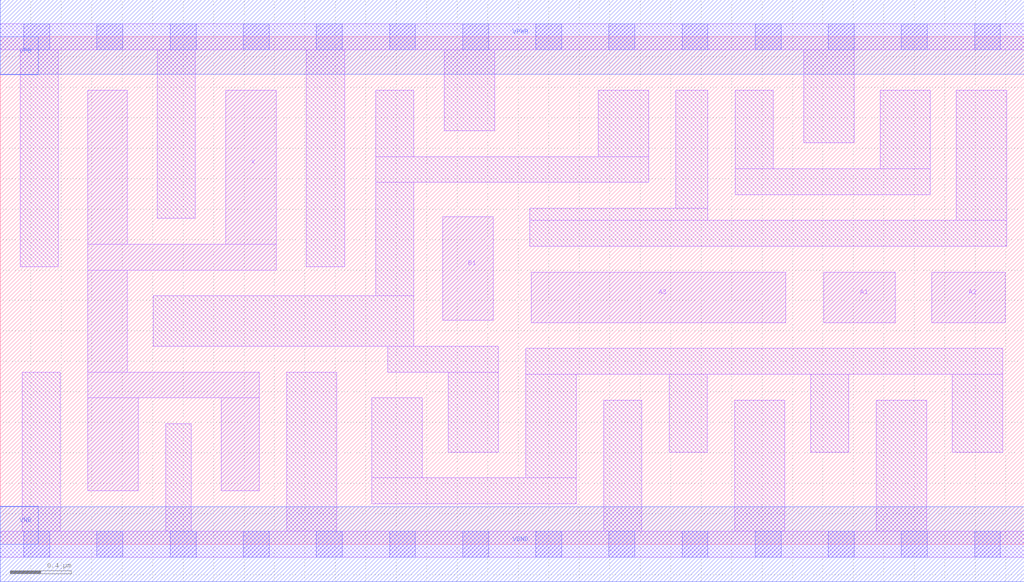
<source format=lef>
# Copyright 2020 The SkyWater PDK Authors
#
# Licensed under the Apache License, Version 2.0 (the "License");
# you may not use this file except in compliance with the License.
# You may obtain a copy of the License at
#
#     https://www.apache.org/licenses/LICENSE-2.0
#
# Unless required by applicable law or agreed to in writing, software
# distributed under the License is distributed on an "AS IS" BASIS,
# WITHOUT WARRANTIES OR CONDITIONS OF ANY KIND, either express or implied.
# See the License for the specific language governing permissions and
# limitations under the License.
#
# SPDX-License-Identifier: Apache-2.0

VERSION 5.5 ;
NAMESCASESENSITIVE ON ;
BUSBITCHARS "[]" ;
DIVIDERCHAR "/" ;
MACRO sky130_fd_sc_ms__o31a_4
  CLASS CORE ;
  SOURCE USER ;
  ORIGIN  0.000000  0.000000 ;
  SIZE  6.720000 BY  3.330000 ;
  SYMMETRY X Y ;
  SITE unit ;
  PIN A1
    ANTENNAGATEAREA  0.492000 ;
    DIRECTION INPUT ;
    USE SIGNAL ;
    PORT
      LAYER li1 ;
        RECT 5.405000 1.455000 5.875000 1.785000 ;
    END
  END A1
  PIN A2
    ANTENNAGATEAREA  0.492000 ;
    DIRECTION INPUT ;
    USE SIGNAL ;
    PORT
      LAYER li1 ;
        RECT 6.115000 1.455000 6.595000 1.785000 ;
    END
  END A2
  PIN A3
    ANTENNAGATEAREA  0.492000 ;
    DIRECTION INPUT ;
    USE SIGNAL ;
    PORT
      LAYER li1 ;
        RECT 3.485000 1.455000 5.155000 1.785000 ;
    END
  END A3
  PIN B1
    ANTENNAGATEAREA  0.492000 ;
    DIRECTION INPUT ;
    USE SIGNAL ;
    PORT
      LAYER li1 ;
        RECT 2.905000 1.470000 3.235000 2.150000 ;
    END
  END B1
  PIN X
    ANTENNADIFFAREA  1.086400 ;
    DIRECTION OUTPUT ;
    USE SIGNAL ;
    PORT
      LAYER li1 ;
        RECT 0.575000 0.350000 0.905000 0.960000 ;
        RECT 0.575000 0.960000 1.700000 1.130000 ;
        RECT 0.575000 1.130000 0.835000 1.800000 ;
        RECT 0.575000 1.800000 1.810000 1.970000 ;
        RECT 0.575000 1.970000 0.835000 2.980000 ;
        RECT 1.450000 0.350000 1.700000 0.960000 ;
        RECT 1.480000 1.970000 1.810000 2.980000 ;
    END
  END X
  PIN VGND
    DIRECTION INOUT ;
    USE GROUND ;
    PORT
      LAYER met1 ;
        RECT 0.000000 -0.245000 6.720000 0.245000 ;
    END
  END VGND
  PIN VNB
    DIRECTION INOUT ;
    USE GROUND ;
    PORT
    END
  END VNB
  PIN VPB
    DIRECTION INOUT ;
    USE POWER ;
    PORT
    END
  END VPB
  PIN VNB
    DIRECTION INOUT ;
    USE GROUND ;
    PORT
      LAYER met1 ;
        RECT 0.000000 0.000000 0.250000 0.250000 ;
    END
  END VNB
  PIN VPB
    DIRECTION INOUT ;
    USE POWER ;
    PORT
      LAYER met1 ;
        RECT 0.000000 3.080000 0.250000 3.330000 ;
    END
  END VPB
  PIN VPWR
    DIRECTION INOUT ;
    USE POWER ;
    PORT
      LAYER met1 ;
        RECT 0.000000 3.085000 6.720000 3.575000 ;
    END
  END VPWR
  OBS
    LAYER li1 ;
      RECT 0.000000 -0.085000 6.720000 0.085000 ;
      RECT 0.000000  3.245000 6.720000 3.415000 ;
      RECT 0.130000  1.820000 0.380000 3.245000 ;
      RECT 0.145000  0.085000 0.395000 1.130000 ;
      RECT 1.005000  1.300000 2.715000 1.630000 ;
      RECT 1.030000  2.140000 1.280000 3.245000 ;
      RECT 1.085000  0.085000 1.255000 0.790000 ;
      RECT 1.880000  0.085000 2.210000 1.130000 ;
      RECT 2.010000  1.820000 2.260000 3.245000 ;
      RECT 2.440000  0.265000 3.780000 0.435000 ;
      RECT 2.440000  0.435000 2.770000 0.960000 ;
      RECT 2.465000  1.630000 2.715000 2.375000 ;
      RECT 2.465000  2.375000 4.255000 2.545000 ;
      RECT 2.465000  2.545000 2.715000 2.980000 ;
      RECT 2.545000  1.130000 3.270000 1.300000 ;
      RECT 2.915000  2.715000 3.245000 3.245000 ;
      RECT 2.940000  0.605000 3.270000 1.130000 ;
      RECT 3.450000  0.435000 3.780000 1.115000 ;
      RECT 3.450000  1.115000 6.580000 1.285000 ;
      RECT 3.475000  1.955000 6.605000 2.125000 ;
      RECT 3.475000  2.125000 4.645000 2.205000 ;
      RECT 3.925000  2.545000 4.255000 2.980000 ;
      RECT 3.960000  0.085000 4.210000 0.945000 ;
      RECT 4.390000  0.605000 4.640000 1.115000 ;
      RECT 4.435000  2.205000 4.645000 2.980000 ;
      RECT 4.820000  0.085000 5.150000 0.945000 ;
      RECT 4.825000  2.295000 6.105000 2.465000 ;
      RECT 4.825000  2.465000 5.075000 2.980000 ;
      RECT 5.275000  2.635000 5.605000 3.245000 ;
      RECT 5.320000  0.605000 5.570000 1.115000 ;
      RECT 5.750000  0.085000 6.080000 0.945000 ;
      RECT 5.775000  2.465000 6.105000 2.980000 ;
      RECT 6.250000  0.605000 6.580000 1.115000 ;
      RECT 6.275000  2.125000 6.605000 2.980000 ;
    LAYER mcon ;
      RECT 0.155000 -0.085000 0.325000 0.085000 ;
      RECT 0.155000  3.245000 0.325000 3.415000 ;
      RECT 0.635000 -0.085000 0.805000 0.085000 ;
      RECT 0.635000  3.245000 0.805000 3.415000 ;
      RECT 1.115000 -0.085000 1.285000 0.085000 ;
      RECT 1.115000  3.245000 1.285000 3.415000 ;
      RECT 1.595000 -0.085000 1.765000 0.085000 ;
      RECT 1.595000  3.245000 1.765000 3.415000 ;
      RECT 2.075000 -0.085000 2.245000 0.085000 ;
      RECT 2.075000  3.245000 2.245000 3.415000 ;
      RECT 2.555000 -0.085000 2.725000 0.085000 ;
      RECT 2.555000  3.245000 2.725000 3.415000 ;
      RECT 3.035000 -0.085000 3.205000 0.085000 ;
      RECT 3.035000  3.245000 3.205000 3.415000 ;
      RECT 3.515000 -0.085000 3.685000 0.085000 ;
      RECT 3.515000  3.245000 3.685000 3.415000 ;
      RECT 3.995000 -0.085000 4.165000 0.085000 ;
      RECT 3.995000  3.245000 4.165000 3.415000 ;
      RECT 4.475000 -0.085000 4.645000 0.085000 ;
      RECT 4.475000  3.245000 4.645000 3.415000 ;
      RECT 4.955000 -0.085000 5.125000 0.085000 ;
      RECT 4.955000  3.245000 5.125000 3.415000 ;
      RECT 5.435000 -0.085000 5.605000 0.085000 ;
      RECT 5.435000  3.245000 5.605000 3.415000 ;
      RECT 5.915000 -0.085000 6.085000 0.085000 ;
      RECT 5.915000  3.245000 6.085000 3.415000 ;
      RECT 6.395000 -0.085000 6.565000 0.085000 ;
      RECT 6.395000  3.245000 6.565000 3.415000 ;
  END
END sky130_fd_sc_ms__o31a_4
END LIBRARY

</source>
